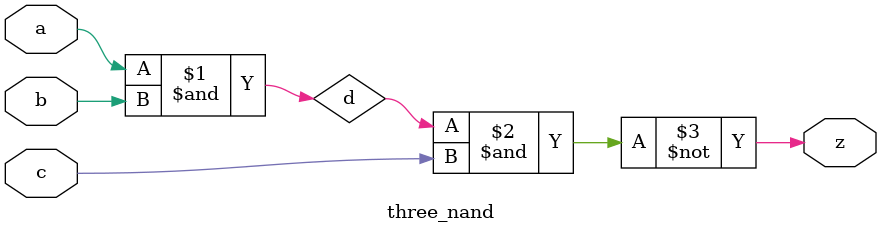
<source format=v>
module three_nand(a, b, c, z); 	
	input a, b, c;
	wire d;
	output z;
	and first_and(d, a, b);
	nand answer(z, d, c);	
endmodule

</source>
